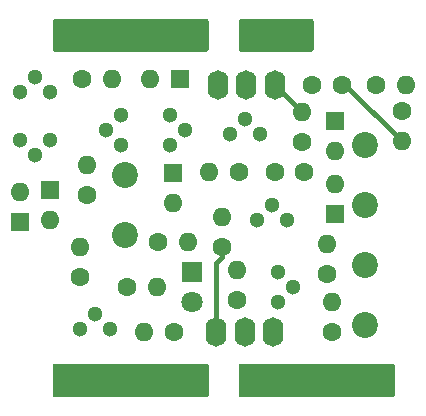
<source format=gbr>
%TF.GenerationSoftware,KiCad,Pcbnew,6.0.2+dfsg-1*%
%TF.CreationDate,2023-01-26T19:30:16+01:00*%
%TF.ProjectId,SK25,534b3235-2e6b-4696-9361-645f70636258,rev?*%
%TF.SameCoordinates,Original*%
%TF.FileFunction,Soldermask,Top*%
%TF.FilePolarity,Negative*%
%FSLAX46Y46*%
G04 Gerber Fmt 4.6, Leading zero omitted, Abs format (unit mm)*
G04 Created by KiCad (PCBNEW 6.0.2+dfsg-1) date 2023-01-26 19:30:16*
%MOMM*%
%LPD*%
G01*
G04 APERTURE LIST*
%ADD10C,0.400000*%
%ADD11C,1.600000*%
%ADD12R,1.600000X1.600000*%
%ADD13O,1.600000X1.600000*%
%ADD14R,1.800000X1.800000*%
%ADD15C,1.800000*%
%ADD16C,2.200000*%
%ADD17C,1.300000*%
%ADD18O,1.747520X2.499360*%
G04 APERTURE END LIST*
D10*
X156845000Y-99695000D02*
X156845000Y-99441000D01*
X156845000Y-99695000D02*
X156362400Y-100177600D01*
X156845000Y-98835000D02*
X156845000Y-99695000D01*
X163576000Y-87405000D02*
X161290000Y-85119000D01*
X156362400Y-106045000D02*
X156362400Y-100177600D01*
X167288000Y-85090000D02*
X172085000Y-89887000D01*
D11*
%TO.C,C1*%
X163810000Y-92456000D03*
X161310000Y-92456000D03*
%TD*%
D12*
%TO.C,D1*%
X142240000Y-93980000D03*
D13*
X142240000Y-96520000D03*
%TD*%
D12*
%TO.C,D2*%
X139700000Y-96675686D03*
D13*
X139700000Y-94135686D03*
%TD*%
D14*
%TO.C,D3*%
X154305000Y-100965000D03*
D15*
X154305000Y-103505000D03*
%TD*%
D12*
%TO.C,D4*%
X153260315Y-84582000D03*
D13*
X150720315Y-84582000D03*
%TD*%
D12*
%TO.C,D5*%
X163830000Y-109728000D03*
D13*
X153670000Y-109728000D03*
%TD*%
D12*
%TO.C,D6*%
X152908000Y-81280000D03*
D13*
X163068000Y-81280000D03*
%TD*%
D12*
%TO.C,D7*%
X166370000Y-96040686D03*
D13*
X166370000Y-93500686D03*
%TD*%
D12*
%TO.C,D8*%
X166370000Y-88138000D03*
D13*
X166370000Y-90678000D03*
%TD*%
D12*
%TO.C,D9*%
X152654000Y-92554315D03*
D13*
X152654000Y-95094315D03*
%TD*%
D16*
%TO.C,J2*%
X148590000Y-92710000D03*
%TD*%
%TO.C,J3*%
X168910000Y-105410000D03*
%TD*%
%TO.C,J4*%
X168910000Y-90170000D03*
%TD*%
%TO.C,J5*%
X168910000Y-95250000D03*
%TD*%
D11*
%TO.C,L1*%
X151405000Y-98425000D03*
D13*
X153945000Y-98425000D03*
%TD*%
D17*
%TO.C,Q2*%
X148315000Y-90170000D03*
X147045000Y-88900000D03*
X148315000Y-87630000D03*
%TD*%
%TO.C,Q3*%
X152400000Y-87630000D03*
X153670000Y-88900000D03*
X152400000Y-90170000D03*
%TD*%
%TO.C,Q4*%
X139700000Y-85725000D03*
X140970000Y-84455000D03*
X142240000Y-85725000D03*
%TD*%
%TO.C,Q5*%
X142240000Y-89810000D03*
X140970000Y-91080000D03*
X139700000Y-89810000D03*
%TD*%
%TO.C,Q6*%
X159766000Y-96520000D03*
X161036000Y-95250000D03*
X162306000Y-96520000D03*
%TD*%
%TO.C,Q7*%
X161565000Y-100965000D03*
X162835000Y-102235000D03*
X161565000Y-103505000D03*
%TD*%
%TO.C,Q8*%
X157480000Y-89260000D03*
X158750000Y-87990000D03*
X160020000Y-89260000D03*
%TD*%
D18*
%TO.C,Q10*%
X161290000Y-85090000D03*
X158902400Y-85090000D03*
X156514800Y-85090000D03*
%TD*%
D11*
%TO.C,R1*%
X152810000Y-106045000D03*
D13*
X150270000Y-106045000D03*
%TD*%
D11*
%TO.C,R2*%
X144780000Y-101375000D03*
D13*
X144780000Y-98835000D03*
%TD*%
D11*
%TO.C,R3*%
X148815000Y-102235000D03*
D13*
X151355000Y-102235000D03*
%TD*%
D11*
%TO.C,R4*%
X145005000Y-84582000D03*
D13*
X147545000Y-84582000D03*
%TD*%
D11*
%TO.C,R5*%
X145415000Y-94390000D03*
D13*
X145415000Y-91850000D03*
%TD*%
D11*
%TO.C,R6*%
X158115000Y-103280000D03*
D13*
X158115000Y-100740000D03*
%TD*%
D11*
%TO.C,R7*%
X158242000Y-92456000D03*
D13*
X155702000Y-92456000D03*
%TD*%
D11*
%TO.C,R8*%
X169897000Y-85090000D03*
D13*
X172437000Y-85090000D03*
%TD*%
D11*
%TO.C,R9*%
X166116000Y-106045000D03*
D13*
X166116000Y-103505000D03*
%TD*%
D11*
%TO.C,R10*%
X165735000Y-101121000D03*
D13*
X165735000Y-98581000D03*
%TD*%
D11*
%TO.C,R12*%
X156845000Y-98835000D03*
D13*
X156845000Y-96295000D03*
%TD*%
D11*
%TO.C,R13*%
X163576000Y-89945000D03*
D13*
X163576000Y-87405000D03*
%TD*%
D16*
%TO.C,J6*%
X168910000Y-100330000D03*
%TD*%
%TO.C,J1*%
X148590000Y-97790000D03*
%TD*%
D18*
%TO.C,Q9*%
X156362400Y-106045000D03*
X158750000Y-106045000D03*
X161137600Y-106045000D03*
%TD*%
D11*
%TO.C,C2*%
X164485000Y-85090000D03*
X166985000Y-85090000D03*
%TD*%
D17*
%TO.C,Q1*%
X144780000Y-105770000D03*
X146050000Y-104500000D03*
X147320000Y-105770000D03*
%TD*%
D11*
%TO.C,R11*%
X172085000Y-87347000D03*
D13*
X172085000Y-89887000D03*
%TD*%
G36*
X164404171Y-79504421D02*
G01*
X164443953Y-79512334D01*
X164489374Y-79531148D01*
X164512582Y-79546655D01*
X164547345Y-79581418D01*
X164562852Y-79604626D01*
X164581666Y-79650047D01*
X164589579Y-79689829D01*
X164592000Y-79714410D01*
X164592000Y-82083590D01*
X164589579Y-82108171D01*
X164581666Y-82147953D01*
X164562852Y-82193374D01*
X164547345Y-82216582D01*
X164512582Y-82251345D01*
X164489374Y-82266852D01*
X164443953Y-82285666D01*
X164404171Y-82293579D01*
X164379590Y-82296000D01*
X158454410Y-82296000D01*
X158429829Y-82293579D01*
X158390047Y-82285666D01*
X158344626Y-82266852D01*
X158321418Y-82251345D01*
X158286655Y-82216582D01*
X158271148Y-82193374D01*
X158252334Y-82147953D01*
X158244421Y-82108171D01*
X158242000Y-82083590D01*
X158242000Y-79714410D01*
X158244421Y-79689829D01*
X158252334Y-79650047D01*
X158271148Y-79604626D01*
X158286655Y-79581418D01*
X158321418Y-79546655D01*
X158344626Y-79531148D01*
X158390047Y-79512334D01*
X158429829Y-79504421D01*
X158454410Y-79502000D01*
X164379590Y-79502000D01*
X164404171Y-79504421D01*
G37*
G36*
X155514171Y-79504421D02*
G01*
X155553953Y-79512334D01*
X155599374Y-79531148D01*
X155622582Y-79546655D01*
X155657345Y-79581418D01*
X155672852Y-79604626D01*
X155691666Y-79650047D01*
X155699579Y-79689829D01*
X155702000Y-79714410D01*
X155702000Y-82083590D01*
X155699579Y-82108171D01*
X155691666Y-82147953D01*
X155672852Y-82193374D01*
X155657345Y-82216582D01*
X155622582Y-82251345D01*
X155599374Y-82266852D01*
X155553953Y-82285666D01*
X155514171Y-82293579D01*
X155489590Y-82296000D01*
X142706410Y-82296000D01*
X142681829Y-82293579D01*
X142642047Y-82285666D01*
X142596626Y-82266852D01*
X142573418Y-82251345D01*
X142538655Y-82216582D01*
X142523148Y-82193374D01*
X142504334Y-82147953D01*
X142496421Y-82108171D01*
X142494000Y-82083590D01*
X142494000Y-79714410D01*
X142496421Y-79689829D01*
X142504334Y-79650047D01*
X142523148Y-79604626D01*
X142538655Y-79581418D01*
X142573418Y-79546655D01*
X142596626Y-79531148D01*
X142642047Y-79512334D01*
X142681829Y-79504421D01*
X142706410Y-79502000D01*
X155489590Y-79502000D01*
X155514171Y-79504421D01*
G37*
G36*
X155644121Y-108732002D02*
G01*
X155690614Y-108785658D01*
X155702000Y-108838000D01*
X155702000Y-111374000D01*
X155681998Y-111442121D01*
X155628342Y-111488614D01*
X155576000Y-111500000D01*
X142620000Y-111500000D01*
X142551879Y-111479998D01*
X142505386Y-111426342D01*
X142494000Y-111374000D01*
X142494000Y-108838000D01*
X142514002Y-108769879D01*
X142567658Y-108723386D01*
X142620000Y-108712000D01*
X155576000Y-108712000D01*
X155644121Y-108732002D01*
G37*
G36*
X171392121Y-108732002D02*
G01*
X171438614Y-108785658D01*
X171450000Y-108838000D01*
X171450000Y-111374000D01*
X171429998Y-111442121D01*
X171376342Y-111488614D01*
X171324000Y-111500000D01*
X158368000Y-111500000D01*
X158299879Y-111479998D01*
X158253386Y-111426342D01*
X158242000Y-111374000D01*
X158242000Y-108838000D01*
X158262002Y-108769879D01*
X158315658Y-108723386D01*
X158368000Y-108712000D01*
X171324000Y-108712000D01*
X171392121Y-108732002D01*
G37*
M02*

</source>
